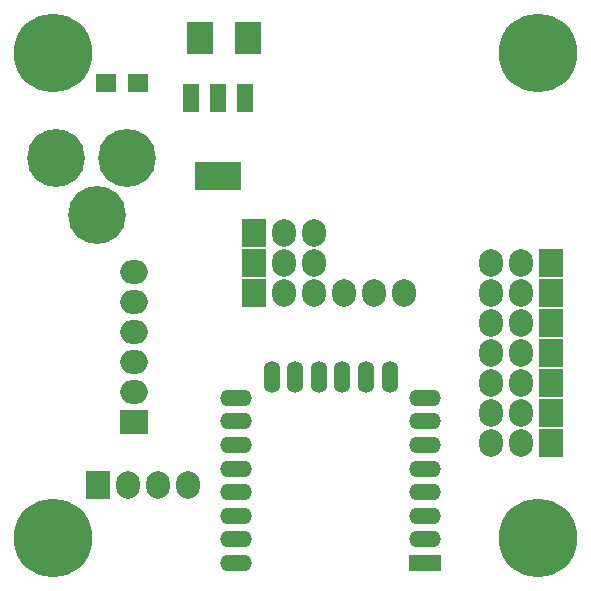
<source format=gbr>
G04 #@! TF.FileFunction,Soldermask,Top*
%FSLAX46Y46*%
G04 Gerber Fmt 4.6, Leading zero omitted, Abs format (unit mm)*
G04 Created by KiCad (PCBNEW 4.0.1-stable) date 7/9/2016 8:39:19 PM*
%MOMM*%
G01*
G04 APERTURE LIST*
%ADD10C,0.150000*%
%ADD11O,1.404800X2.704800*%
%ADD12R,2.704800X1.404800*%
%ADD13O,2.704800X1.404800*%
%ADD14C,6.654800*%
%ADD15R,3.962400X2.336800*%
%ADD16R,1.320800X2.336800*%
%ADD17R,1.804800X1.604800*%
%ADD18R,2.304800X2.804800*%
%ADD19R,2.336800X2.032000*%
%ADD20O,2.336800X2.032000*%
%ADD21C,4.904800*%
%ADD22R,2.032000X2.336800*%
%ADD23O,2.032000X2.336800*%
G04 APERTURE END LIST*
D10*
D11*
X42476000Y-41400000D03*
X40476000Y-41400000D03*
X38476000Y-41400000D03*
X36476000Y-41400000D03*
X34476000Y-41400000D03*
X32476000Y-41400000D03*
D12*
X45466000Y-57150000D03*
D13*
X45466000Y-55150000D03*
X45466000Y-53150000D03*
X45466000Y-51150000D03*
X45466000Y-49150000D03*
X45466000Y-47150000D03*
X45466000Y-45150000D03*
X45466000Y-43150000D03*
X29466000Y-43150000D03*
X29466000Y-45150000D03*
X29466000Y-47150000D03*
X29466000Y-49150000D03*
X29466000Y-51150000D03*
X29466000Y-53150000D03*
X29466000Y-55150000D03*
X29466000Y-57150000D03*
D14*
X14000000Y-55000000D03*
X55000000Y-55000000D03*
X55000000Y-14000000D03*
X14000000Y-14000000D03*
D15*
X27940000Y-24384000D03*
D16*
X27940000Y-17780000D03*
X25654000Y-17780000D03*
X30226000Y-17780000D03*
D17*
X21162000Y-16510000D03*
X18462000Y-16510000D03*
D18*
X30448000Y-12700000D03*
X26448000Y-12700000D03*
D19*
X20828000Y-45212000D03*
D20*
X20828000Y-42672000D03*
X20828000Y-40132000D03*
X20828000Y-37592000D03*
X20828000Y-35052000D03*
X20828000Y-32512000D03*
D21*
X14200000Y-22900000D03*
X20200000Y-22900000D03*
X17700000Y-27700000D03*
D22*
X56134000Y-46990000D03*
D23*
X53594000Y-46990000D03*
X51054000Y-46990000D03*
D22*
X56134000Y-44450000D03*
D23*
X53594000Y-44450000D03*
X51054000Y-44450000D03*
D22*
X56134000Y-41910000D03*
D23*
X53594000Y-41910000D03*
X51054000Y-41910000D03*
D22*
X56134000Y-39370000D03*
D23*
X53594000Y-39370000D03*
X51054000Y-39370000D03*
D22*
X56134000Y-36830000D03*
D23*
X53594000Y-36830000D03*
X51054000Y-36830000D03*
D22*
X56134000Y-34290000D03*
D23*
X53594000Y-34290000D03*
X51054000Y-34290000D03*
D22*
X56134000Y-31750000D03*
D23*
X53594000Y-31750000D03*
X51054000Y-31750000D03*
D22*
X30988000Y-31750000D03*
D23*
X33528000Y-31750000D03*
X36068000Y-31750000D03*
D22*
X30988000Y-29210000D03*
D23*
X33528000Y-29210000D03*
X36068000Y-29210000D03*
D22*
X30988000Y-34290000D03*
D23*
X33528000Y-34290000D03*
X36068000Y-34290000D03*
X38608000Y-34290000D03*
X41148000Y-34290000D03*
X43688000Y-34290000D03*
D22*
X17780000Y-50546000D03*
D23*
X20320000Y-50546000D03*
X22860000Y-50546000D03*
X25400000Y-50546000D03*
M02*

</source>
